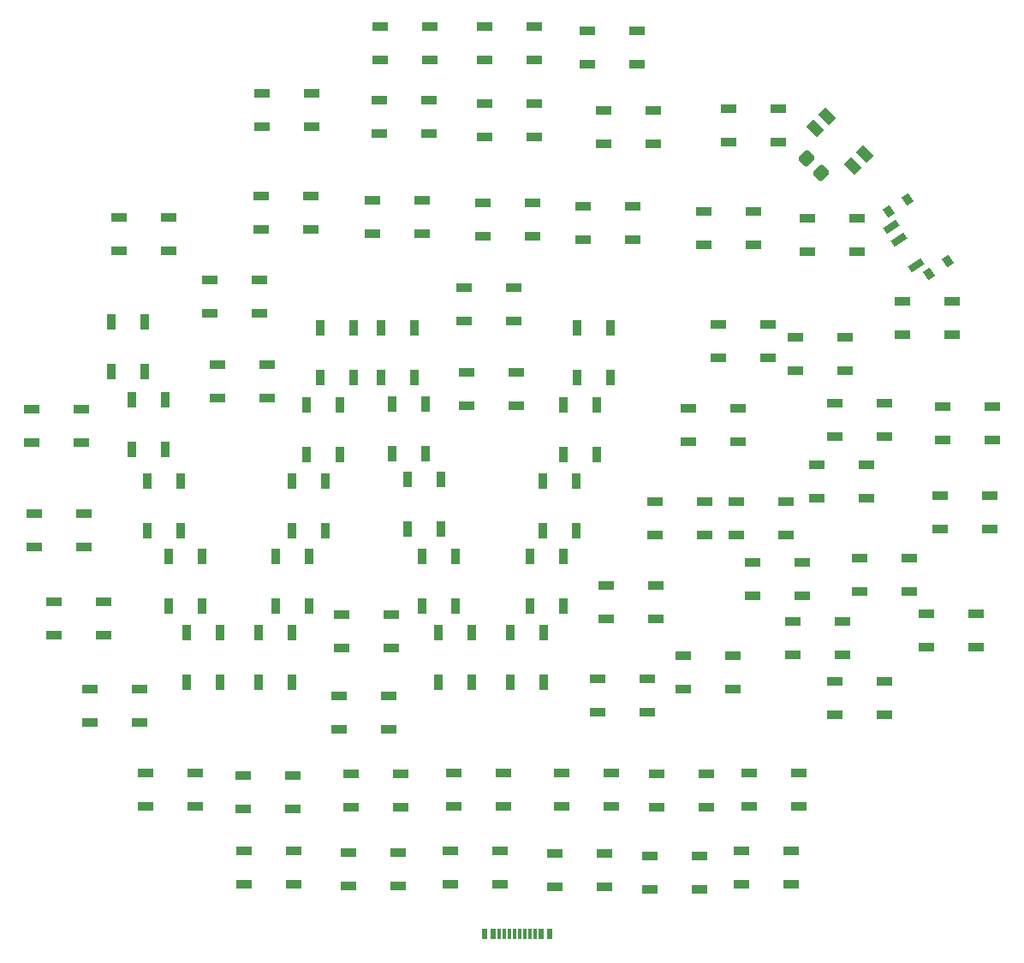
<source format=gbr>
%TF.GenerationSoftware,KiCad,Pcbnew,8.0.2*%
%TF.CreationDate,2025-04-19T12:26:07+02:00*%
%TF.ProjectId,WRadioLogo,57526164-696f-44c6-9f67-6f2e6b696361,rev?*%
%TF.SameCoordinates,Original*%
%TF.FileFunction,Paste,Top*%
%TF.FilePolarity,Positive*%
%FSLAX46Y46*%
G04 Gerber Fmt 4.6, Leading zero omitted, Abs format (unit mm)*
G04 Created by KiCad (PCBNEW 8.0.2) date 2025-04-19 12:26:07*
%MOMM*%
%LPD*%
G01*
G04 APERTURE LIST*
G04 Aperture macros list*
%AMRoundRect*
0 Rectangle with rounded corners*
0 $1 Rounding radius*
0 $2 $3 $4 $5 $6 $7 $8 $9 X,Y pos of 4 corners*
0 Add a 4 corners polygon primitive as box body*
4,1,4,$2,$3,$4,$5,$6,$7,$8,$9,$2,$3,0*
0 Add four circle primitives for the rounded corners*
1,1,$1+$1,$2,$3*
1,1,$1+$1,$4,$5*
1,1,$1+$1,$6,$7*
1,1,$1+$1,$8,$9*
0 Add four rect primitives between the rounded corners*
20,1,$1+$1,$2,$3,$4,$5,0*
20,1,$1+$1,$4,$5,$6,$7,0*
20,1,$1+$1,$6,$7,$8,$9,0*
20,1,$1+$1,$8,$9,$2,$3,0*%
%AMRotRect*
0 Rectangle, with rotation*
0 The origin of the aperture is its center*
0 $1 length*
0 $2 width*
0 $3 Rotation angle, in degrees counterclockwise*
0 Add horizontal line*
21,1,$1,$2,0,0,$3*%
G04 Aperture macros list end*
%ADD10R,1.500000X0.900000*%
%ADD11R,0.900000X1.500000*%
%ADD12RotRect,1.550000X1.000000X135.000000*%
%ADD13R,0.600000X1.140000*%
%ADD14R,0.300000X1.140000*%
%ADD15RotRect,0.700000X1.500000X123.000000*%
%ADD16RotRect,1.000000X0.800000X123.000000*%
%ADD17RoundRect,0.250000X0.565685X0.070711X0.070711X0.565685X-0.565685X-0.070711X-0.070711X-0.565685X0*%
G04 APERTURE END LIST*
D10*
%TO.C,D49*%
X118708000Y-111634000D03*
X118708000Y-114934000D03*
X123608000Y-114934000D03*
X123608000Y-111634000D03*
%TD*%
D11*
%TO.C,D12*%
X123699000Y-95668000D03*
X126999000Y-95668000D03*
X126999000Y-90768000D03*
X123699000Y-90768000D03*
%TD*%
D10*
%TO.C,D76*%
X158967000Y-127255000D03*
X158967000Y-130555000D03*
X163867000Y-130555000D03*
X163867000Y-127255000D03*
%TD*%
D11*
%TO.C,D8*%
X117093000Y-98388000D03*
X113793000Y-98388000D03*
X113793000Y-103288000D03*
X117093000Y-103288000D03*
%TD*%
D10*
%TO.C,D25*%
X157697000Y-100458000D03*
X157697000Y-103758000D03*
X162597000Y-103758000D03*
X162597000Y-100458000D03*
%TD*%
D11*
%TO.C,D11*%
X122556000Y-88175000D03*
X125856000Y-88175000D03*
X125856000Y-83275000D03*
X122556000Y-83275000D03*
%TD*%
D10*
%TO.C,D63*%
X152998000Y-91187000D03*
X152998000Y-94487000D03*
X157898000Y-94487000D03*
X157898000Y-91187000D03*
%TD*%
D11*
%TO.C,D4*%
X101601000Y-110781000D03*
X104901000Y-110781000D03*
X104901000Y-105881000D03*
X101601000Y-105881000D03*
%TD*%
D10*
%TO.C,D51*%
X174150000Y-80650000D03*
X174150000Y-83950000D03*
X179050000Y-83950000D03*
X179050000Y-80650000D03*
%TD*%
D11*
%TO.C,D3*%
X99442000Y-103288000D03*
X102742000Y-103288000D03*
X102742000Y-98388000D03*
X99442000Y-98388000D03*
%TD*%
D10*
%TO.C,D28*%
X163285000Y-112269000D03*
X163285000Y-115569000D03*
X168185000Y-115569000D03*
X168185000Y-112269000D03*
%TD*%
%TO.C,D64*%
X99277000Y-127255000D03*
X99277000Y-130555000D03*
X104177000Y-130555000D03*
X104177000Y-127255000D03*
%TD*%
%TO.C,D55*%
X177890000Y-99823000D03*
X177890000Y-103123000D03*
X182790000Y-103123000D03*
X182790000Y-99823000D03*
%TD*%
D11*
%TO.C,D15*%
X128271000Y-118274000D03*
X131571000Y-118274000D03*
X131571000Y-113374000D03*
X128271000Y-113374000D03*
%TD*%
%TO.C,D17*%
X140588000Y-105881000D03*
X137288000Y-105881000D03*
X137288000Y-110781000D03*
X140588000Y-110781000D03*
%TD*%
%TO.C,D6*%
X113791000Y-113374000D03*
X110491000Y-113374000D03*
X110491000Y-118274000D03*
X113791000Y-118274000D03*
%TD*%
D10*
%TO.C,D62*%
X176550000Y-111550000D03*
X176550000Y-114850000D03*
X181450000Y-114850000D03*
X181450000Y-111550000D03*
%TD*%
%TO.C,D37*%
X156935000Y-61596000D03*
X156935000Y-64896000D03*
X161835000Y-64896000D03*
X161835000Y-61596000D03*
%TD*%
%TO.C,D24*%
X165698000Y-96775000D03*
X165698000Y-100075000D03*
X170598000Y-100075000D03*
X170598000Y-96775000D03*
%TD*%
%TO.C,D68*%
X139790000Y-135256000D03*
X139790000Y-138556000D03*
X144690000Y-138556000D03*
X144690000Y-135256000D03*
%TD*%
%TO.C,D72*%
X119343000Y-135129000D03*
X119343000Y-138429000D03*
X124243000Y-138429000D03*
X124243000Y-135129000D03*
%TD*%
%TO.C,D70*%
X140425000Y-127255000D03*
X140425000Y-130555000D03*
X145325000Y-130555000D03*
X145325000Y-127255000D03*
%TD*%
%TO.C,D60*%
X178144000Y-91060000D03*
X178144000Y-94360000D03*
X183044000Y-94360000D03*
X183044000Y-91060000D03*
%TD*%
D11*
%TO.C,D5*%
X103379000Y-118274000D03*
X106679000Y-118274000D03*
X106679000Y-113374000D03*
X103379000Y-113374000D03*
%TD*%
D12*
%TO.C,SW3*%
X166691332Y-62296357D03*
X170403643Y-66008668D03*
X165489251Y-63498438D03*
X169201562Y-67210749D03*
%TD*%
D11*
%TO.C,D10*%
X119887000Y-83275000D03*
X116587000Y-83275000D03*
X116587000Y-88175000D03*
X119887000Y-88175000D03*
%TD*%
%TO.C,D18*%
X141858000Y-98388000D03*
X138558000Y-98388000D03*
X138558000Y-103288000D03*
X141858000Y-103288000D03*
%TD*%
%TO.C,D20*%
X145287000Y-83275000D03*
X141987000Y-83275000D03*
X141987000Y-88175000D03*
X145287000Y-88175000D03*
%TD*%
D10*
%TO.C,D21*%
X160819000Y-86232000D03*
X160819000Y-82932000D03*
X155919000Y-82932000D03*
X155919000Y-86232000D03*
%TD*%
%TO.C,D43*%
X154522000Y-71756000D03*
X154522000Y-75056000D03*
X159422000Y-75056000D03*
X159422000Y-71756000D03*
%TD*%
%TO.C,D44*%
X164750000Y-72391000D03*
X164750000Y-75691000D03*
X169650000Y-75691000D03*
X169650000Y-72391000D03*
%TD*%
%TO.C,D46*%
X88265000Y-101600000D03*
X88265000Y-104900000D03*
X93165000Y-104900000D03*
X93165000Y-101600000D03*
%TD*%
%TO.C,D41*%
X132678000Y-70867000D03*
X132678000Y-74167000D03*
X137578000Y-74167000D03*
X137578000Y-70867000D03*
%TD*%
%TO.C,D29*%
X167476000Y-118238000D03*
X167476000Y-121538000D03*
X172376000Y-121538000D03*
X172376000Y-118238000D03*
%TD*%
D13*
%TO.C,J1*%
X132845000Y-143216500D03*
X133645000Y-143216500D03*
D14*
X134795000Y-143216500D03*
X135795000Y-143216500D03*
X136295000Y-143216500D03*
X137295000Y-143216500D03*
D13*
X139245000Y-143216500D03*
X138445000Y-143216500D03*
D14*
X137795000Y-143216500D03*
X136795000Y-143216500D03*
X135295000Y-143216500D03*
X134295000Y-143216500D03*
%TD*%
D10*
%TO.C,D27*%
X159348000Y-106427000D03*
X159348000Y-109727000D03*
X164248000Y-109727000D03*
X164248000Y-106427000D03*
%TD*%
D11*
%TO.C,D7*%
X115442000Y-105881000D03*
X112142000Y-105881000D03*
X112142000Y-110781000D03*
X115442000Y-110781000D03*
%TD*%
D10*
%TO.C,D23*%
X167476000Y-90679000D03*
X167476000Y-93979000D03*
X172376000Y-93979000D03*
X172376000Y-90679000D03*
%TD*%
%TO.C,D52*%
X144870000Y-108713000D03*
X144870000Y-112013000D03*
X149770000Y-112013000D03*
X149770000Y-108713000D03*
%TD*%
%TO.C,D40*%
X121756000Y-70613000D03*
X121756000Y-73913000D03*
X126656000Y-73913000D03*
X126656000Y-70613000D03*
%TD*%
%TO.C,D45*%
X105664000Y-78488000D03*
X105664000Y-81788000D03*
X110564000Y-81788000D03*
X110564000Y-78488000D03*
%TD*%
%TO.C,D39*%
X110707000Y-70232000D03*
X110707000Y-73532000D03*
X115607000Y-73532000D03*
X115607000Y-70232000D03*
%TD*%
D15*
%TO.C,S1*%
X175457764Y-77040126D03*
X173823846Y-74524116D03*
X173006889Y-73266110D03*
D16*
X176765395Y-77860251D03*
X172789530Y-71737956D03*
X178610470Y-76662044D03*
X174634605Y-70539749D03*
%TD*%
D10*
%TO.C,D22*%
X168439000Y-87502000D03*
X168439000Y-84202000D03*
X163539000Y-84202000D03*
X163539000Y-87502000D03*
%TD*%
%TO.C,D53*%
X152490000Y-115698000D03*
X152490000Y-118998000D03*
X157390000Y-118998000D03*
X157390000Y-115698000D03*
%TD*%
%TO.C,D34*%
X122391000Y-60707000D03*
X122391000Y-64007000D03*
X127291000Y-64007000D03*
X127291000Y-60707000D03*
%TD*%
%TO.C,D71*%
X149188000Y-135510000D03*
X149188000Y-138810000D03*
X154088000Y-138810000D03*
X154088000Y-135510000D03*
%TD*%
D11*
%TO.C,D1*%
X95886000Y-87540000D03*
X99186000Y-87540000D03*
X99186000Y-82640000D03*
X95886000Y-82640000D03*
%TD*%
D10*
%TO.C,D26*%
X149696000Y-100458000D03*
X149696000Y-103758000D03*
X154596000Y-103758000D03*
X154596000Y-100458000D03*
%TD*%
%TO.C,D38*%
X96650000Y-72350000D03*
X96650000Y-75650000D03*
X101550000Y-75650000D03*
X101550000Y-72350000D03*
%TD*%
%TO.C,D30*%
X127418000Y-56768000D03*
X127418000Y-53468000D03*
X122518000Y-53468000D03*
X122518000Y-56768000D03*
%TD*%
%TO.C,D59*%
X90260000Y-110364000D03*
X90260000Y-113664000D03*
X95160000Y-113664000D03*
X95160000Y-110364000D03*
%TD*%
%TO.C,D31*%
X137705000Y-56768000D03*
X137705000Y-53468000D03*
X132805000Y-53468000D03*
X132805000Y-56768000D03*
%TD*%
D11*
%TO.C,D14*%
X126620000Y-110781000D03*
X129920000Y-110781000D03*
X129920000Y-105881000D03*
X126620000Y-105881000D03*
%TD*%
D10*
%TO.C,D32*%
X142965000Y-53849000D03*
X142965000Y-57149000D03*
X147865000Y-57149000D03*
X147865000Y-53849000D03*
%TD*%
%TO.C,D58*%
X119634000Y-127383000D03*
X119634000Y-130683000D03*
X124534000Y-130683000D03*
X124534000Y-127383000D03*
%TD*%
%TO.C,D73*%
X149823000Y-127382000D03*
X149823000Y-130682000D03*
X154723000Y-130682000D03*
X154723000Y-127382000D03*
%TD*%
%TO.C,D67*%
X129757000Y-127255000D03*
X129757000Y-130555000D03*
X134657000Y-130555000D03*
X134657000Y-127255000D03*
%TD*%
D17*
%TO.C,R5*%
X166107107Y-67907107D03*
X164692893Y-66492893D03*
%TD*%
D10*
%TO.C,D47*%
X118454000Y-119635000D03*
X118454000Y-122935000D03*
X123354000Y-122935000D03*
X123354000Y-119635000D03*
%TD*%
%TO.C,D69*%
X109056000Y-135002000D03*
X109056000Y-138302000D03*
X113956000Y-138302000D03*
X113956000Y-135002000D03*
%TD*%
%TO.C,D42*%
X142584000Y-71248000D03*
X142584000Y-74548000D03*
X147484000Y-74548000D03*
X147484000Y-71248000D03*
%TD*%
%TO.C,D50*%
X143981000Y-117984000D03*
X143981000Y-121284000D03*
X148881000Y-121284000D03*
X148881000Y-117984000D03*
%TD*%
%TO.C,D61*%
X108929000Y-127509000D03*
X108929000Y-130809000D03*
X113829000Y-130809000D03*
X113829000Y-127509000D03*
%TD*%
%TO.C,D75*%
X129413000Y-135001000D03*
X129413000Y-138301000D03*
X134313000Y-138301000D03*
X134313000Y-135001000D03*
%TD*%
%TO.C,D65*%
X169889000Y-106046000D03*
X169889000Y-109346000D03*
X174789000Y-109346000D03*
X174789000Y-106046000D03*
%TD*%
D11*
%TO.C,D13*%
X125223000Y-103161000D03*
X128523000Y-103161000D03*
X128523000Y-98261000D03*
X125223000Y-98261000D03*
%TD*%
D10*
%TO.C,D74*%
X158205000Y-135002000D03*
X158205000Y-138302000D03*
X163105000Y-138302000D03*
X163105000Y-135002000D03*
%TD*%
%TO.C,D33*%
X110834000Y-60072000D03*
X110834000Y-63372000D03*
X115734000Y-63372000D03*
X115734000Y-60072000D03*
%TD*%
D11*
%TO.C,D19*%
X143890000Y-90895000D03*
X140590000Y-90895000D03*
X140590000Y-95795000D03*
X143890000Y-95795000D03*
%TD*%
%TO.C,D2*%
X97918000Y-95287000D03*
X101218000Y-95287000D03*
X101218000Y-90387000D03*
X97918000Y-90387000D03*
%TD*%
D10*
%TO.C,D54*%
X106389000Y-86869000D03*
X106389000Y-90169000D03*
X111289000Y-90169000D03*
X111289000Y-86869000D03*
%TD*%
%TO.C,D35*%
X132805000Y-61088000D03*
X132805000Y-64388000D03*
X137705000Y-64388000D03*
X137705000Y-61088000D03*
%TD*%
%TO.C,D48*%
X130773000Y-79249000D03*
X130773000Y-82549000D03*
X135673000Y-82549000D03*
X135673000Y-79249000D03*
%TD*%
%TO.C,D56*%
X93816000Y-119000000D03*
X93816000Y-122300000D03*
X98716000Y-122300000D03*
X98716000Y-119000000D03*
%TD*%
D11*
%TO.C,D16*%
X138683000Y-113374000D03*
X135383000Y-113374000D03*
X135383000Y-118274000D03*
X138683000Y-118274000D03*
%TD*%
D10*
%TO.C,D66*%
X131027000Y-87631000D03*
X131027000Y-90931000D03*
X135927000Y-90931000D03*
X135927000Y-87631000D03*
%TD*%
%TO.C,D57*%
X88064000Y-91314000D03*
X88064000Y-94614000D03*
X92964000Y-94614000D03*
X92964000Y-91314000D03*
%TD*%
D11*
%TO.C,D9*%
X118490000Y-90895000D03*
X115190000Y-90895000D03*
X115190000Y-95795000D03*
X118490000Y-95795000D03*
%TD*%
D10*
%TO.C,D36*%
X144616000Y-61723000D03*
X144616000Y-65023000D03*
X149516000Y-65023000D03*
X149516000Y-61723000D03*
%TD*%
M02*

</source>
